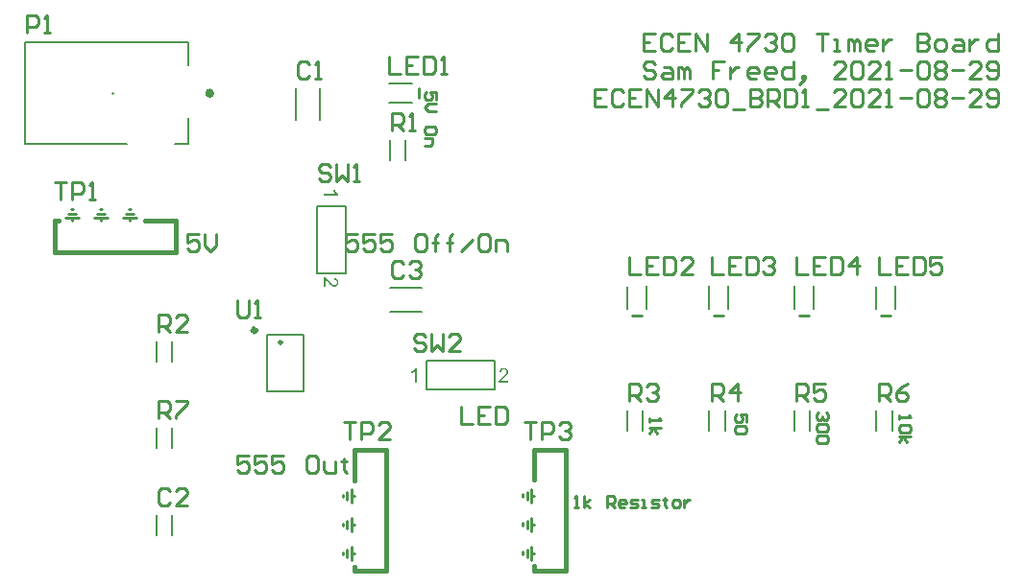
<source format=gto>
G04*
G04 #@! TF.GenerationSoftware,Altium Limited,Altium Designer,21.6.4 (81)*
G04*
G04 Layer_Color=65535*
%FSLAX25Y25*%
%MOIN*%
G70*
G04*
G04 #@! TF.SameCoordinates,4B2C5215-2B2B-4538-B039-7DC0A2B5EA6E*
G04*
G04*
G04 #@! TF.FilePolarity,Positive*
G04*
G01*
G75*
%ADD10C,0.01181*%
%ADD11C,0.02000*%
%ADD12C,0.01575*%
%ADD13C,0.00787*%
%ADD14C,0.01500*%
%ADD15C,0.01000*%
%ADD16C,0.00787*%
%ADD17C,0.00600*%
%ADD18C,0.00500*%
G36*
X141663Y70500D02*
X141054D01*
Y74379D01*
X141047Y74372D01*
X141011Y74343D01*
X140968Y74300D01*
X140896Y74250D01*
X140817Y74185D01*
X140717Y74114D01*
X140602Y74035D01*
X140473Y73956D01*
X140466D01*
X140459Y73949D01*
X140416Y73920D01*
X140344Y73884D01*
X140258Y73841D01*
X140158Y73791D01*
X140050Y73741D01*
X139943Y73691D01*
X139835Y73648D01*
Y74236D01*
X139842D01*
X139857Y74250D01*
X139885Y74257D01*
X139921Y74279D01*
X139964Y74300D01*
X140014Y74329D01*
X140136Y74401D01*
X140279Y74479D01*
X140423Y74580D01*
X140574Y74694D01*
X140724Y74816D01*
X140731Y74823D01*
X140738Y74831D01*
X140760Y74852D01*
X140789Y74874D01*
X140853Y74945D01*
X140939Y75031D01*
X141025Y75132D01*
X141118Y75247D01*
X141197Y75361D01*
X141269Y75483D01*
X141663D01*
Y70500D01*
D02*
G37*
G36*
X171971Y75476D02*
X172028Y75469D01*
X172100Y75462D01*
X172179Y75447D01*
X172258Y75433D01*
X172444Y75383D01*
X172631Y75311D01*
X172724Y75268D01*
X172817Y75218D01*
X172903Y75153D01*
X172982Y75082D01*
X172989Y75074D01*
X173003Y75067D01*
X173018Y75039D01*
X173047Y75010D01*
X173082Y74974D01*
X173118Y74924D01*
X173154Y74874D01*
X173197Y74809D01*
X173269Y74673D01*
X173340Y74501D01*
X173369Y74415D01*
X173383Y74314D01*
X173398Y74214D01*
X173405Y74107D01*
Y74092D01*
Y74056D01*
X173398Y73999D01*
X173391Y73920D01*
X173376Y73834D01*
X173348Y73734D01*
X173319Y73626D01*
X173276Y73519D01*
X173269Y73504D01*
X173255Y73468D01*
X173226Y73411D01*
X173183Y73332D01*
X173125Y73246D01*
X173054Y73139D01*
X172968Y73031D01*
X172867Y72909D01*
X172853Y72895D01*
X172817Y72852D01*
X172781Y72816D01*
X172745Y72780D01*
X172702Y72737D01*
X172645Y72680D01*
X172588Y72622D01*
X172516Y72558D01*
X172444Y72486D01*
X172358Y72407D01*
X172265Y72328D01*
X172165Y72235D01*
X172050Y72142D01*
X171935Y72041D01*
X171928Y72034D01*
X171914Y72020D01*
X171885Y71999D01*
X171849Y71970D01*
X171806Y71927D01*
X171756Y71884D01*
X171641Y71791D01*
X171519Y71683D01*
X171405Y71575D01*
X171304Y71482D01*
X171261Y71446D01*
X171225Y71411D01*
X171218Y71403D01*
X171197Y71382D01*
X171168Y71353D01*
X171132Y71310D01*
X171096Y71260D01*
X171053Y71210D01*
X170967Y71088D01*
X173412D01*
Y70500D01*
X170121D01*
Y70507D01*
Y70536D01*
Y70579D01*
X170128Y70636D01*
X170135Y70701D01*
X170150Y70772D01*
X170164Y70844D01*
X170193Y70923D01*
Y70930D01*
X170200Y70937D01*
X170214Y70980D01*
X170243Y71045D01*
X170286Y71131D01*
X170343Y71231D01*
X170415Y71346D01*
X170494Y71461D01*
X170594Y71583D01*
Y71590D01*
X170609Y71597D01*
X170645Y71640D01*
X170709Y71705D01*
X170802Y71798D01*
X170910Y71905D01*
X171046Y72034D01*
X171211Y72178D01*
X171390Y72328D01*
X171397Y72335D01*
X171426Y72357D01*
X171469Y72393D01*
X171519Y72436D01*
X171584Y72493D01*
X171663Y72558D01*
X171742Y72629D01*
X171835Y72708D01*
X172014Y72880D01*
X172193Y73053D01*
X172279Y73139D01*
X172358Y73225D01*
X172430Y73304D01*
X172487Y73382D01*
Y73390D01*
X172502Y73397D01*
X172516Y73418D01*
X172530Y73447D01*
X172581Y73526D01*
X172638Y73619D01*
X172688Y73734D01*
X172738Y73856D01*
X172767Y73992D01*
X172781Y74121D01*
Y74128D01*
Y74135D01*
X172774Y74178D01*
X172767Y74250D01*
X172745Y74329D01*
X172717Y74429D01*
X172667Y74529D01*
X172602Y74630D01*
X172516Y74730D01*
X172502Y74745D01*
X172466Y74773D01*
X172416Y74809D01*
X172337Y74859D01*
X172236Y74902D01*
X172122Y74945D01*
X171985Y74974D01*
X171835Y74981D01*
X171792D01*
X171763Y74974D01*
X171677Y74967D01*
X171577Y74945D01*
X171469Y74917D01*
X171347Y74866D01*
X171232Y74802D01*
X171125Y74716D01*
X171111Y74702D01*
X171082Y74666D01*
X171039Y74608D01*
X170996Y74522D01*
X170946Y74422D01*
X170903Y74293D01*
X170874Y74150D01*
X170860Y73985D01*
X170236Y74049D01*
Y74056D01*
X170243Y74078D01*
Y74114D01*
X170250Y74164D01*
X170265Y74221D01*
X170279Y74286D01*
X170300Y74365D01*
X170322Y74444D01*
X170379Y74616D01*
X170465Y74788D01*
X170516Y74874D01*
X170580Y74960D01*
X170645Y75039D01*
X170716Y75110D01*
X170723Y75117D01*
X170738Y75125D01*
X170759Y75146D01*
X170795Y75168D01*
X170838Y75196D01*
X170888Y75225D01*
X170946Y75261D01*
X171017Y75297D01*
X171096Y75333D01*
X171182Y75368D01*
X171275Y75397D01*
X171376Y75426D01*
X171484Y75447D01*
X171598Y75469D01*
X171720Y75476D01*
X171849Y75483D01*
X171921D01*
X171971Y75476D01*
D02*
G37*
G36*
X113236Y137252D02*
X113250Y137238D01*
X113257Y137209D01*
X113279Y137173D01*
X113300Y137130D01*
X113329Y137080D01*
X113400Y136958D01*
X113479Y136815D01*
X113580Y136672D01*
X113695Y136521D01*
X113816Y136370D01*
X113823Y136363D01*
X113831Y136356D01*
X113852Y136335D01*
X113874Y136306D01*
X113945Y136241D01*
X114031Y136155D01*
X114132Y136069D01*
X114246Y135976D01*
X114361Y135897D01*
X114483Y135826D01*
Y135431D01*
X109500D01*
Y136041D01*
X113379D01*
X113372Y136048D01*
X113343Y136084D01*
X113300Y136127D01*
X113250Y136198D01*
X113185Y136277D01*
X113114Y136378D01*
X113035Y136492D01*
X112956Y136621D01*
Y136628D01*
X112949Y136636D01*
X112920Y136679D01*
X112884Y136750D01*
X112841Y136837D01*
X112791Y136937D01*
X112741Y137044D01*
X112691Y137152D01*
X112648Y137259D01*
X113236D01*
Y137252D01*
D02*
G37*
G36*
X109636Y106966D02*
X109701Y106959D01*
X109773Y106945D01*
X109844Y106930D01*
X109923Y106902D01*
X109930D01*
X109937Y106895D01*
X109980Y106880D01*
X110045Y106851D01*
X110131Y106808D01*
X110231Y106751D01*
X110346Y106679D01*
X110461Y106600D01*
X110583Y106500D01*
X110590D01*
X110597Y106486D01*
X110640Y106450D01*
X110705Y106385D01*
X110798Y106292D01*
X110905Y106185D01*
X111034Y106048D01*
X111178Y105884D01*
X111328Y105704D01*
X111336Y105697D01*
X111357Y105668D01*
X111393Y105625D01*
X111436Y105575D01*
X111493Y105511D01*
X111558Y105432D01*
X111629Y105353D01*
X111708Y105260D01*
X111880Y105080D01*
X112053Y104901D01*
X112139Y104815D01*
X112225Y104736D01*
X112303Y104665D01*
X112382Y104607D01*
X112390D01*
X112397Y104593D01*
X112418Y104578D01*
X112447Y104564D01*
X112526Y104514D01*
X112619Y104457D01*
X112734Y104406D01*
X112856Y104356D01*
X112992Y104328D01*
X113121Y104313D01*
X113128D01*
X113135D01*
X113178Y104320D01*
X113250Y104328D01*
X113329Y104349D01*
X113429Y104378D01*
X113530Y104428D01*
X113630Y104492D01*
X113730Y104578D01*
X113745Y104593D01*
X113773Y104629D01*
X113809Y104679D01*
X113859Y104758D01*
X113902Y104858D01*
X113945Y104973D01*
X113974Y105109D01*
X113981Y105260D01*
Y105303D01*
X113974Y105331D01*
X113967Y105417D01*
X113945Y105518D01*
X113917Y105625D01*
X113866Y105747D01*
X113802Y105862D01*
X113716Y105970D01*
X113702Y105984D01*
X113666Y106012D01*
X113608Y106056D01*
X113522Y106099D01*
X113422Y106149D01*
X113293Y106192D01*
X113149Y106220D01*
X112985Y106235D01*
X113049Y106859D01*
X113056D01*
X113078Y106851D01*
X113114D01*
X113164Y106844D01*
X113221Y106830D01*
X113286Y106816D01*
X113365Y106794D01*
X113444Y106773D01*
X113616Y106715D01*
X113788Y106629D01*
X113874Y106579D01*
X113960Y106514D01*
X114039Y106450D01*
X114110Y106378D01*
X114118Y106371D01*
X114125Y106357D01*
X114146Y106335D01*
X114168Y106299D01*
X114196Y106256D01*
X114225Y106206D01*
X114261Y106149D01*
X114297Y106077D01*
X114333Y105998D01*
X114368Y105912D01*
X114397Y105819D01*
X114426Y105719D01*
X114447Y105611D01*
X114469Y105496D01*
X114476Y105374D01*
X114483Y105245D01*
Y105174D01*
X114476Y105123D01*
X114469Y105066D01*
X114462Y104994D01*
X114447Y104915D01*
X114433Y104837D01*
X114383Y104650D01*
X114311Y104464D01*
X114268Y104371D01*
X114218Y104277D01*
X114153Y104191D01*
X114082Y104113D01*
X114075Y104105D01*
X114067Y104091D01*
X114039Y104077D01*
X114010Y104048D01*
X113974Y104012D01*
X113924Y103976D01*
X113874Y103940D01*
X113809Y103897D01*
X113673Y103826D01*
X113501Y103754D01*
X113415Y103725D01*
X113314Y103711D01*
X113214Y103697D01*
X113107Y103690D01*
X113092D01*
X113056D01*
X112999Y103697D01*
X112920Y103704D01*
X112834Y103718D01*
X112734Y103747D01*
X112626Y103776D01*
X112519Y103819D01*
X112504Y103826D01*
X112468Y103840D01*
X112411Y103869D01*
X112332Y103912D01*
X112246Y103969D01*
X112139Y104041D01*
X112031Y104127D01*
X111909Y104227D01*
X111895Y104242D01*
X111852Y104277D01*
X111816Y104313D01*
X111780Y104349D01*
X111737Y104392D01*
X111680Y104449D01*
X111622Y104507D01*
X111558Y104578D01*
X111486Y104650D01*
X111407Y104736D01*
X111328Y104830D01*
X111235Y104930D01*
X111142Y105045D01*
X111042Y105159D01*
X111034Y105166D01*
X111020Y105181D01*
X110998Y105210D01*
X110970Y105245D01*
X110927Y105288D01*
X110884Y105339D01*
X110791Y105453D01*
X110683Y105575D01*
X110575Y105690D01*
X110482Y105790D01*
X110446Y105833D01*
X110411Y105869D01*
X110403Y105876D01*
X110382Y105898D01*
X110353Y105927D01*
X110310Y105962D01*
X110260Y105998D01*
X110210Y106041D01*
X110088Y106127D01*
Y103682D01*
X109500D01*
Y106973D01*
X109507D01*
X109536D01*
X109579D01*
X109636Y106966D01*
D02*
G37*
D10*
X94794Y84395D02*
G03*
X94794Y84395I-394J0D01*
G01*
D11*
X85764Y88595D02*
G03*
X85764Y88595I-492J0D01*
G01*
D12*
X70609Y170994D02*
G03*
X70609Y170994I-787J0D01*
G01*
D13*
X89701Y67252D02*
X102299D01*
X89701Y86937D02*
X102299D01*
Y67252D02*
Y86937D01*
X89701Y67252D02*
Y86937D01*
D14*
X193500Y5094D02*
Y47095D01*
X182500Y5094D02*
X193500D01*
X182500D02*
Y6594D01*
Y47095D02*
X193500D01*
X182500Y36595D02*
Y47095D01*
X131000Y5000D02*
Y47000D01*
X120000Y5000D02*
X131000D01*
X120000D02*
Y6500D01*
Y47000D02*
X131000D01*
X120000Y36500D02*
Y47000D01*
X16000Y115594D02*
X58000D01*
X16000D02*
Y126594D01*
X17500D01*
X58000Y115594D02*
Y126594D01*
X47500D02*
X58000D01*
D15*
X178500Y10845D02*
Y11572D01*
X180000Y9844D02*
Y12344D01*
X181500Y11095D02*
X182527D01*
X181500Y8845D02*
Y13344D01*
X178500Y20844D02*
Y21572D01*
X180000Y19845D02*
Y22344D01*
X181500Y21094D02*
X182527D01*
X181500Y18845D02*
Y23345D01*
X178500Y30845D02*
Y31572D01*
X180000Y29844D02*
Y32344D01*
X181500Y31095D02*
X182527D01*
X181500Y28844D02*
Y33345D01*
X116000Y10750D02*
Y11477D01*
X117500Y9750D02*
Y12250D01*
X119000Y11000D02*
X120027D01*
X119000Y8750D02*
Y13250D01*
X116000Y20750D02*
Y21477D01*
X117500Y19750D02*
Y22250D01*
X119000Y21000D02*
X120027D01*
X119000Y18750D02*
Y23250D01*
X116000Y30750D02*
Y31477D01*
X117500Y29750D02*
Y32250D01*
X119000Y31000D02*
X120027D01*
X119000Y28750D02*
Y33250D01*
X21750Y130595D02*
X22477D01*
X20750Y129095D02*
X23250D01*
X22000Y126568D02*
Y127594D01*
X19750D02*
X24250D01*
X31750Y130595D02*
X32477D01*
X30750Y129095D02*
X33250D01*
X32000Y126568D02*
Y127594D01*
X29750D02*
X34250D01*
X41750Y130595D02*
X42477D01*
X40750Y129095D02*
X43250D01*
X42000Y126568D02*
Y127594D01*
X39750D02*
X44250D01*
X36091Y171095D02*
X36122D01*
X302800Y93653D02*
X306200D01*
X274300Y93700D02*
X277700D01*
X244800D02*
X248200D01*
X216300Y93653D02*
X219700D01*
X142300Y169395D02*
Y172794D01*
X224538Y191693D02*
X220540D01*
Y185695D01*
X224538D01*
X220540Y188694D02*
X222539D01*
X230537Y190693D02*
X229537Y191693D01*
X227537D01*
X226538Y190693D01*
Y186695D01*
X227537Y185695D01*
X229537D01*
X230537Y186695D01*
X236535Y191693D02*
X232536D01*
Y185695D01*
X236535D01*
X232536Y188694D02*
X234535D01*
X238534Y185695D02*
Y191693D01*
X242533Y185695D01*
Y191693D01*
X253529Y185695D02*
Y191693D01*
X250530Y188694D01*
X254529D01*
X256528Y191693D02*
X260527D01*
Y190693D01*
X256528Y186695D01*
Y185695D01*
X262526Y190693D02*
X263526Y191693D01*
X265525D01*
X266525Y190693D01*
Y189694D01*
X265525Y188694D01*
X264526D01*
X265525D01*
X266525Y187694D01*
Y186695D01*
X265525Y185695D01*
X263526D01*
X262526Y186695D01*
X268524Y190693D02*
X269524Y191693D01*
X271523D01*
X272523Y190693D01*
Y186695D01*
X271523Y185695D01*
X269524D01*
X268524Y186695D01*
Y190693D01*
X280520Y191693D02*
X284519D01*
X282520D01*
Y185695D01*
X286518D02*
X288518D01*
X287518D01*
Y189694D01*
X286518D01*
X291517Y185695D02*
Y189694D01*
X292516D01*
X293516Y188694D01*
Y185695D01*
Y188694D01*
X294516Y189694D01*
X295515Y188694D01*
Y185695D01*
X300514D02*
X298515D01*
X297515Y186695D01*
Y188694D01*
X298515Y189694D01*
X300514D01*
X301514Y188694D01*
Y187694D01*
X297515D01*
X303513Y189694D02*
Y185695D01*
Y187694D01*
X304513Y188694D01*
X305512Y189694D01*
X306512D01*
X315509Y191693D02*
Y185695D01*
X318508D01*
X319508Y186695D01*
Y187694D01*
X318508Y188694D01*
X315509D01*
X318508D01*
X319508Y189694D01*
Y190693D01*
X318508Y191693D01*
X315509D01*
X322507Y185695D02*
X324506D01*
X325506Y186695D01*
Y188694D01*
X324506Y189694D01*
X322507D01*
X321507Y188694D01*
Y186695D01*
X322507Y185695D01*
X328505Y189694D02*
X330504D01*
X331504Y188694D01*
Y185695D01*
X328505D01*
X327505Y186695D01*
X328505Y187694D01*
X331504D01*
X333503Y189694D02*
Y185695D01*
Y187694D01*
X334503Y188694D01*
X335503Y189694D01*
X336502D01*
X343500Y191693D02*
Y185695D01*
X340501D01*
X339501Y186695D01*
Y188694D01*
X340501Y189694D01*
X343500D01*
X224538Y181096D02*
X223539Y182095D01*
X221539D01*
X220540Y181096D01*
Y180096D01*
X221539Y179096D01*
X223539D01*
X224538Y178097D01*
Y177097D01*
X223539Y176097D01*
X221539D01*
X220540Y177097D01*
X227537Y180096D02*
X229537D01*
X230537Y179096D01*
Y176097D01*
X227537D01*
X226538Y177097D01*
X227537Y178097D01*
X230537D01*
X232536Y176097D02*
Y180096D01*
X233536D01*
X234535Y179096D01*
Y176097D01*
Y179096D01*
X235535Y180096D01*
X236535Y179096D01*
Y176097D01*
X248531Y182095D02*
X244532D01*
Y179096D01*
X246531D01*
X244532D01*
Y176097D01*
X250530Y180096D02*
Y176097D01*
Y178097D01*
X251530Y179096D01*
X252529Y180096D01*
X253529D01*
X259527Y176097D02*
X257528D01*
X256528Y177097D01*
Y179096D01*
X257528Y180096D01*
X259527D01*
X260527Y179096D01*
Y178097D01*
X256528D01*
X265525Y176097D02*
X263526D01*
X262526Y177097D01*
Y179096D01*
X263526Y180096D01*
X265525D01*
X266525Y179096D01*
Y178097D01*
X262526D01*
X272523Y182095D02*
Y176097D01*
X269524D01*
X268524Y177097D01*
Y179096D01*
X269524Y180096D01*
X272523D01*
X275522Y175098D02*
X276522Y176097D01*
Y177097D01*
X275522D01*
Y176097D01*
X276522D01*
X275522Y175098D01*
X274522Y174098D01*
X290517Y176097D02*
X286518D01*
X290517Y180096D01*
Y181096D01*
X289517Y182095D01*
X287518D01*
X286518Y181096D01*
X292516D02*
X293516Y182095D01*
X295515D01*
X296515Y181096D01*
Y177097D01*
X295515Y176097D01*
X293516D01*
X292516Y177097D01*
Y181096D01*
X302513Y176097D02*
X298515D01*
X302513Y180096D01*
Y181096D01*
X301514Y182095D01*
X299514D01*
X298515Y181096D01*
X304513Y176097D02*
X306512D01*
X305512D01*
Y182095D01*
X304513Y181096D01*
X309511Y179096D02*
X313510D01*
X315509Y181096D02*
X316509Y182095D01*
X318508D01*
X319508Y181096D01*
Y177097D01*
X318508Y176097D01*
X316509D01*
X315509Y177097D01*
Y181096D01*
X321507D02*
X322507Y182095D01*
X324506D01*
X325506Y181096D01*
Y180096D01*
X324506Y179096D01*
X325506Y178097D01*
Y177097D01*
X324506Y176097D01*
X322507D01*
X321507Y177097D01*
Y178097D01*
X322507Y179096D01*
X321507Y180096D01*
Y181096D01*
X322507Y179096D02*
X324506D01*
X327505D02*
X331504D01*
X337502Y176097D02*
X333503D01*
X337502Y180096D01*
Y181096D01*
X336502Y182095D01*
X334503D01*
X333503Y181096D01*
X339501Y177097D02*
X340501Y176097D01*
X342500D01*
X343500Y177097D01*
Y181096D01*
X342500Y182095D01*
X340501D01*
X339501Y181096D01*
Y180096D01*
X340501Y179096D01*
X343500D01*
X207544Y172498D02*
X203545D01*
Y166500D01*
X207544D01*
X203545Y169499D02*
X205545D01*
X213542Y171498D02*
X212542Y172498D01*
X210543D01*
X209543Y171498D01*
Y167499D01*
X210543Y166500D01*
X212542D01*
X213542Y167499D01*
X219540Y172498D02*
X215541D01*
Y166500D01*
X219540D01*
X215541Y169499D02*
X217541D01*
X221539Y166500D02*
Y172498D01*
X225538Y166500D01*
Y172498D01*
X230537Y166500D02*
Y172498D01*
X227537Y169499D01*
X231536D01*
X233536Y172498D02*
X237534D01*
Y171498D01*
X233536Y167499D01*
Y166500D01*
X239534Y171498D02*
X240533Y172498D01*
X242533D01*
X243532Y171498D01*
Y170498D01*
X242533Y169499D01*
X241533D01*
X242533D01*
X243532Y168499D01*
Y167499D01*
X242533Y166500D01*
X240533D01*
X239534Y167499D01*
X245532Y171498D02*
X246531Y172498D01*
X248531D01*
X249530Y171498D01*
Y167499D01*
X248531Y166500D01*
X246531D01*
X245532Y167499D01*
Y171498D01*
X251530Y165500D02*
X255528D01*
X257528Y172498D02*
Y166500D01*
X260527D01*
X261526Y167499D01*
Y168499D01*
X260527Y169499D01*
X257528D01*
X260527D01*
X261526Y170498D01*
Y171498D01*
X260527Y172498D01*
X257528D01*
X263526Y166500D02*
Y172498D01*
X266525D01*
X267525Y171498D01*
Y169499D01*
X266525Y168499D01*
X263526D01*
X265525D02*
X267525Y166500D01*
X269524Y172498D02*
Y166500D01*
X272523D01*
X273523Y167499D01*
Y171498D01*
X272523Y172498D01*
X269524D01*
X275522Y166500D02*
X277521D01*
X276522D01*
Y172498D01*
X275522Y171498D01*
X280520Y165500D02*
X284519D01*
X290517Y166500D02*
X286518D01*
X290517Y170498D01*
Y171498D01*
X289517Y172498D01*
X287518D01*
X286518Y171498D01*
X292516D02*
X293516Y172498D01*
X295515D01*
X296515Y171498D01*
Y167499D01*
X295515Y166500D01*
X293516D01*
X292516Y167499D01*
Y171498D01*
X302513Y166500D02*
X298515D01*
X302513Y170498D01*
Y171498D01*
X301514Y172498D01*
X299514D01*
X298515Y171498D01*
X304513Y166500D02*
X306512D01*
X305512D01*
Y172498D01*
X304513Y171498D01*
X309511Y169499D02*
X313510D01*
X315509Y171498D02*
X316509Y172498D01*
X318508D01*
X319508Y171498D01*
Y167499D01*
X318508Y166500D01*
X316509D01*
X315509Y167499D01*
Y171498D01*
X321507D02*
X322507Y172498D01*
X324506D01*
X325506Y171498D01*
Y170498D01*
X324506Y169499D01*
X325506Y168499D01*
Y167499D01*
X324506Y166500D01*
X322507D01*
X321507Y167499D01*
Y168499D01*
X322507Y169499D01*
X321507Y170498D01*
Y171498D01*
X322507Y169499D02*
X324506D01*
X327505D02*
X331504D01*
X337502Y166500D02*
X333503D01*
X337502Y170498D01*
Y171498D01*
X336502Y172498D01*
X334503D01*
X333503Y171498D01*
X339501Y167499D02*
X340501Y166500D01*
X342500D01*
X343500Y167499D01*
Y171498D01*
X342500Y172498D01*
X340501D01*
X339501Y171498D01*
Y170498D01*
X340501Y169499D01*
X343500D01*
X255999Y56834D02*
Y59500D01*
X253999D01*
X254666Y58167D01*
Y57501D01*
X253999Y56834D01*
X252666D01*
X252000Y57501D01*
Y58834D01*
X252666Y59500D01*
X255332Y55501D02*
X255999Y54835D01*
Y53502D01*
X255332Y52836D01*
X252666D01*
X252000Y53502D01*
Y54835D01*
X252666Y55501D01*
X255332D01*
X283832Y60000D02*
X284499Y59334D01*
Y58001D01*
X283832Y57334D01*
X283166D01*
X282499Y58001D01*
Y58667D01*
Y58001D01*
X281833Y57334D01*
X281166D01*
X280500Y58001D01*
Y59334D01*
X281166Y60000D01*
X283832Y56001D02*
X284499Y55335D01*
Y54002D01*
X283832Y53335D01*
X281166D01*
X280500Y54002D01*
Y55335D01*
X281166Y56001D01*
X283832D01*
Y52003D02*
X284499Y51336D01*
Y50003D01*
X283832Y49337D01*
X281166D01*
X280500Y50003D01*
Y51336D01*
X281166Y52003D01*
X283832D01*
X65999Y121998D02*
X62000D01*
Y118999D01*
X63999Y119999D01*
X64999D01*
X65999Y118999D01*
Y117000D01*
X64999Y116000D01*
X63000D01*
X62000Y117000D01*
X67998Y121998D02*
Y117999D01*
X69997Y116000D01*
X71997Y117999D01*
Y121998D01*
X309000Y59000D02*
Y57667D01*
Y58334D01*
X312999D01*
X312332Y59000D01*
Y55668D02*
X312999Y55001D01*
Y53668D01*
X312332Y53002D01*
X309666D01*
X309000Y53668D01*
Y55001D01*
X309666Y55668D01*
X312332D01*
X309000Y51669D02*
X312999D01*
X310333D02*
X311666Y49670D01*
X310333Y51669D02*
X309000Y49670D01*
X120999Y121998D02*
X117000D01*
Y118999D01*
X118999Y119999D01*
X119999D01*
X120999Y118999D01*
Y117000D01*
X119999Y116000D01*
X118000D01*
X117000Y117000D01*
X126997Y121998D02*
X122998D01*
Y118999D01*
X124997Y119999D01*
X125997D01*
X126997Y118999D01*
Y117000D01*
X125997Y116000D01*
X123998D01*
X122998Y117000D01*
X132995Y121998D02*
X128996D01*
Y118999D01*
X130996Y119999D01*
X131995D01*
X132995Y118999D01*
Y117000D01*
X131995Y116000D01*
X129996D01*
X128996Y117000D01*
X143991Y121998D02*
X141992D01*
X140992Y120998D01*
Y117000D01*
X141992Y116000D01*
X143991D01*
X144991Y117000D01*
Y120998D01*
X143991Y121998D01*
X147990Y116000D02*
Y120998D01*
Y118999D01*
X146990D01*
X148990D01*
X147990D01*
Y120998D01*
X148990Y121998D01*
X152988Y116000D02*
Y120998D01*
Y118999D01*
X151989D01*
X153988D01*
X152988D01*
Y120998D01*
X153988Y121998D01*
X156987Y116000D02*
X160986Y119999D01*
X165984Y121998D02*
X163985D01*
X162985Y120998D01*
Y117000D01*
X163985Y116000D01*
X165984D01*
X166984Y117000D01*
Y120998D01*
X165984Y121998D01*
X168983Y116000D02*
Y119999D01*
X171982D01*
X172982Y118999D01*
Y116000D01*
X148499Y168834D02*
Y171500D01*
X146499D01*
X147166Y170167D01*
Y169501D01*
X146499Y168834D01*
X145167D01*
X144500Y169501D01*
Y170834D01*
X145167Y171500D01*
X148499Y167501D02*
X145833D01*
X144500Y166168D01*
X145833Y164836D01*
X148499D01*
Y157504D02*
Y158837D01*
X147832Y159504D01*
X145167D01*
X144500Y158837D01*
Y157504D01*
X145167Y156838D01*
X147832D01*
X148499Y157504D01*
X144500Y155505D02*
X147166D01*
Y153506D01*
X146499Y152839D01*
X144500D01*
X83499Y44998D02*
X79500D01*
Y41999D01*
X81499Y42999D01*
X82499D01*
X83499Y41999D01*
Y40000D01*
X82499Y39000D01*
X80500D01*
X79500Y40000D01*
X89497Y44998D02*
X85498D01*
Y41999D01*
X87497Y42999D01*
X88497D01*
X89497Y41999D01*
Y40000D01*
X88497Y39000D01*
X86498D01*
X85498Y40000D01*
X95495Y44998D02*
X91496D01*
Y41999D01*
X93496Y42999D01*
X94495D01*
X95495Y41999D01*
Y40000D01*
X94495Y39000D01*
X92496D01*
X91496Y40000D01*
X106491Y44998D02*
X104492D01*
X103492Y43998D01*
Y40000D01*
X104492Y39000D01*
X106491D01*
X107491Y40000D01*
Y43998D01*
X106491Y44998D01*
X109490Y42999D02*
Y40000D01*
X110490Y39000D01*
X113489D01*
Y42999D01*
X116488Y43998D02*
Y42999D01*
X115488D01*
X117488D01*
X116488D01*
Y40000D01*
X117488Y39000D01*
X222500Y58000D02*
Y56667D01*
Y57334D01*
X226499D01*
X225832Y58000D01*
X222500Y54668D02*
X226499D01*
X223833D02*
X225166Y52668D01*
X223833Y54668D02*
X222500Y52668D01*
X196500Y27000D02*
X197833D01*
X197167D01*
Y30999D01*
X196500Y30332D01*
X199832Y27000D02*
Y30999D01*
Y28333D02*
X201832Y29666D01*
X199832Y28333D02*
X201832Y27000D01*
X207830D02*
Y30999D01*
X209829D01*
X210495Y30332D01*
Y28999D01*
X209829Y28333D01*
X207830D01*
X209163D02*
X210495Y27000D01*
X213828D02*
X212495D01*
X211828Y27666D01*
Y28999D01*
X212495Y29666D01*
X213828D01*
X214494Y28999D01*
Y28333D01*
X211828D01*
X215827Y27000D02*
X217827D01*
X218493Y27666D01*
X217827Y28333D01*
X216494D01*
X215827Y28999D01*
X216494Y29666D01*
X218493D01*
X219826Y27000D02*
X221159D01*
X220492D01*
Y29666D01*
X219826D01*
X223158Y27000D02*
X225157D01*
X225824Y27666D01*
X225157Y28333D01*
X223825D01*
X223158Y28999D01*
X223825Y29666D01*
X225824D01*
X227823Y30332D02*
Y29666D01*
X227157D01*
X228490D01*
X227823D01*
Y27666D01*
X228490Y27000D01*
X231155D02*
X232488D01*
X233155Y27666D01*
Y28999D01*
X232488Y29666D01*
X231155D01*
X230489Y28999D01*
Y27666D01*
X231155Y27000D01*
X234488Y29666D02*
Y27000D01*
Y28333D01*
X235154Y28999D01*
X235821Y29666D01*
X236487D01*
X157000Y61998D02*
Y56000D01*
X160999D01*
X166997Y61998D02*
X162998D01*
Y56000D01*
X166997D01*
X162998Y58999D02*
X164997D01*
X168996Y61998D02*
Y56000D01*
X171995D01*
X172995Y57000D01*
Y60998D01*
X171995Y61998D01*
X168996D01*
X79300Y99099D02*
Y94100D01*
X80300Y93101D01*
X82299D01*
X83299Y94100D01*
Y99099D01*
X85298Y93101D02*
X87298D01*
X86298D01*
Y99099D01*
X85298Y98099D01*
X179000Y56799D02*
X182999D01*
X181000D01*
Y50801D01*
X184998D02*
Y56799D01*
X187997D01*
X188997Y55799D01*
Y53800D01*
X187997Y52800D01*
X184998D01*
X190996Y55799D02*
X191996Y56799D01*
X193995D01*
X194995Y55799D01*
Y54799D01*
X193995Y53800D01*
X192996D01*
X193995D01*
X194995Y52800D01*
Y51800D01*
X193995Y50801D01*
X191996D01*
X190996Y51800D01*
X116500Y56699D02*
X120499D01*
X118500D01*
Y50701D01*
X122498D02*
Y56699D01*
X125497D01*
X126497Y55699D01*
Y53700D01*
X125497Y52700D01*
X122498D01*
X132495Y50701D02*
X128496D01*
X132495Y54699D01*
Y55699D01*
X131495Y56699D01*
X129496D01*
X128496Y55699D01*
X16200Y140099D02*
X20199D01*
X18200D01*
Y134101D01*
X22198D02*
Y140099D01*
X25197D01*
X26197Y139099D01*
Y137100D01*
X25197Y136100D01*
X22198D01*
X28196Y134101D02*
X30196D01*
X29196D01*
Y140099D01*
X28196Y139099D01*
X144799Y86399D02*
X143799Y87399D01*
X141800D01*
X140800Y86399D01*
Y85399D01*
X141800Y84400D01*
X143799D01*
X144799Y83400D01*
Y82400D01*
X143799Y81401D01*
X141800D01*
X140800Y82400D01*
X146798Y87399D02*
Y81401D01*
X148798Y83400D01*
X150797Y81401D01*
Y87399D01*
X156795Y81401D02*
X152796D01*
X156795Y85399D01*
Y86399D01*
X155795Y87399D01*
X153796D01*
X152796Y86399D01*
X111599Y145299D02*
X110599Y146299D01*
X108600D01*
X107600Y145299D01*
Y144299D01*
X108600Y143300D01*
X110599D01*
X111599Y142300D01*
Y141300D01*
X110599Y140301D01*
X108600D01*
X107600Y141300D01*
X113598Y146299D02*
Y140301D01*
X115598Y142300D01*
X117597Y140301D01*
Y146299D01*
X119596Y140301D02*
X121596D01*
X120596D01*
Y146299D01*
X119596Y145299D01*
X52000Y57901D02*
Y63899D01*
X54999D01*
X55999Y62899D01*
Y60900D01*
X54999Y59900D01*
X52000D01*
X54000D02*
X55999Y57901D01*
X57998Y63899D02*
X61997D01*
Y62899D01*
X57998Y58900D01*
Y57901D01*
X301900Y64001D02*
Y69999D01*
X304899D01*
X305899Y68999D01*
Y67000D01*
X304899Y66000D01*
X301900D01*
X303900D02*
X305899Y64001D01*
X311897Y69999D02*
X309898Y68999D01*
X307898Y67000D01*
Y65000D01*
X308898Y64001D01*
X310897D01*
X311897Y65000D01*
Y66000D01*
X310897Y67000D01*
X307898D01*
X273400Y64001D02*
Y69999D01*
X276399D01*
X277399Y68999D01*
Y67000D01*
X276399Y66000D01*
X273400D01*
X275400D02*
X277399Y64001D01*
X283397Y69999D02*
X279398D01*
Y67000D01*
X281398Y67999D01*
X282397D01*
X283397Y67000D01*
Y65000D01*
X282397Y64001D01*
X280398D01*
X279398Y65000D01*
X243900Y64001D02*
Y69999D01*
X246899D01*
X247899Y68999D01*
Y67000D01*
X246899Y66000D01*
X243900D01*
X245900D02*
X247899Y64001D01*
X252897D02*
Y69999D01*
X249898Y67000D01*
X253897D01*
X215400Y64001D02*
Y69999D01*
X218399D01*
X219399Y68999D01*
Y67000D01*
X218399Y66000D01*
X215400D01*
X217400D02*
X219399Y64001D01*
X221398Y68999D02*
X222398Y69999D01*
X224397D01*
X225397Y68999D01*
Y67999D01*
X224397Y67000D01*
X223398D01*
X224397D01*
X225397Y66000D01*
Y65000D01*
X224397Y64001D01*
X222398D01*
X221398Y65000D01*
X52000Y88101D02*
Y94099D01*
X54999D01*
X55999Y93099D01*
Y91100D01*
X54999Y90100D01*
X52000D01*
X54000D02*
X55999Y88101D01*
X61997D02*
X57998D01*
X61997Y92099D01*
Y93099D01*
X60997Y94099D01*
X58998D01*
X57998Y93099D01*
X133000Y158101D02*
Y164099D01*
X135999D01*
X136999Y163099D01*
Y161100D01*
X135999Y160100D01*
X133000D01*
X135000D02*
X136999Y158101D01*
X138998D02*
X140998D01*
X139998D01*
Y164099D01*
X138998Y163099D01*
X6500Y192101D02*
Y198099D01*
X9499D01*
X10499Y197099D01*
Y195100D01*
X9499Y194100D01*
X6500D01*
X12498Y192101D02*
X14498D01*
X13498D01*
Y198099D01*
X12498Y197099D01*
X301900Y113899D02*
Y107901D01*
X305899D01*
X311897Y113899D02*
X307898D01*
Y107901D01*
X311897D01*
X307898Y110900D02*
X309898D01*
X313896Y113899D02*
Y107901D01*
X316895D01*
X317895Y108900D01*
Y112899D01*
X316895Y113899D01*
X313896D01*
X323893D02*
X319894D01*
Y110900D01*
X321894Y111899D01*
X322894D01*
X323893Y110900D01*
Y108900D01*
X322894Y107901D01*
X320894D01*
X319894Y108900D01*
X273400Y113899D02*
Y107901D01*
X277399D01*
X283397Y113899D02*
X279398D01*
Y107901D01*
X283397D01*
X279398Y110900D02*
X281398D01*
X285396Y113899D02*
Y107901D01*
X288395D01*
X289395Y108900D01*
Y112899D01*
X288395Y113899D01*
X285396D01*
X294393Y107901D02*
Y113899D01*
X291394Y110900D01*
X295393D01*
X243900Y113899D02*
Y107901D01*
X247899D01*
X253897Y113899D02*
X249898D01*
Y107901D01*
X253897D01*
X249898Y110900D02*
X251898D01*
X255896Y113899D02*
Y107901D01*
X258895D01*
X259895Y108900D01*
Y112899D01*
X258895Y113899D01*
X255896D01*
X261894Y112899D02*
X262894Y113899D01*
X264894D01*
X265893Y112899D01*
Y111899D01*
X264894Y110900D01*
X263894D01*
X264894D01*
X265893Y109900D01*
Y108900D01*
X264894Y107901D01*
X262894D01*
X261894Y108900D01*
X215400Y113899D02*
Y107901D01*
X219399D01*
X225397Y113899D02*
X221398D01*
Y107901D01*
X225397D01*
X221398Y110900D02*
X223398D01*
X227396Y113899D02*
Y107901D01*
X230395D01*
X231395Y108900D01*
Y112899D01*
X230395Y113899D01*
X227396D01*
X237393Y107901D02*
X233394D01*
X237393Y111899D01*
Y112899D01*
X236393Y113899D01*
X234394D01*
X233394Y112899D01*
X132100Y183699D02*
Y177701D01*
X136099D01*
X142097Y183699D02*
X138098D01*
Y177701D01*
X142097D01*
X138098Y180700D02*
X140098D01*
X144096Y183699D02*
Y177701D01*
X147095D01*
X148095Y178700D01*
Y182699D01*
X147095Y183699D01*
X144096D01*
X150094Y177701D02*
X152094D01*
X151094D01*
Y183699D01*
X150094Y182699D01*
X136999Y111599D02*
X135999Y112599D01*
X134000D01*
X133000Y111599D01*
Y107600D01*
X134000Y106601D01*
X135999D01*
X136999Y107600D01*
X138998Y111599D02*
X139998Y112599D01*
X141997D01*
X142997Y111599D01*
Y110599D01*
X141997Y109600D01*
X140998D01*
X141997D01*
X142997Y108600D01*
Y107600D01*
X141997Y106601D01*
X139998D01*
X138998Y107600D01*
X55999Y32699D02*
X54999Y33699D01*
X53000D01*
X52000Y32699D01*
Y28700D01*
X53000Y27701D01*
X54999D01*
X55999Y28700D01*
X61997Y27701D02*
X57998D01*
X61997Y31699D01*
Y32699D01*
X60997Y33699D01*
X58998D01*
X57998Y32699D01*
X104499Y180899D02*
X103499Y181899D01*
X101500D01*
X100500Y180899D01*
Y176900D01*
X101500Y175901D01*
X103499D01*
X104499Y176900D01*
X106498Y175901D02*
X108498D01*
X107498D01*
Y181899D01*
X106498Y180899D01*
D16*
X168772Y68000D02*
Y77965D01*
X145228D02*
X168772D01*
X145228Y68000D02*
Y77965D01*
Y68000D02*
X168772D01*
X107000Y108323D02*
X116965D01*
Y131867D01*
X107000D02*
X116965D01*
X107000Y108323D02*
Y131867D01*
D17*
X56700Y47579D02*
Y54579D01*
X51300Y47579D02*
Y54579D01*
X306600Y53700D02*
Y60700D01*
X301200Y53700D02*
Y60700D01*
X278100Y53700D02*
Y60700D01*
X272700Y53700D02*
Y60700D01*
X248600Y53700D02*
Y60700D01*
X243200Y53700D02*
Y60700D01*
X220100Y53700D02*
Y60700D01*
X214700Y53700D02*
Y60700D01*
X56700Y77763D02*
Y84763D01*
X51300Y77763D02*
Y84763D01*
X137700Y147826D02*
Y154826D01*
X132300Y147826D02*
Y154826D01*
X301200Y95953D02*
Y103853D01*
X307800Y96053D02*
Y103953D01*
X272700Y96000D02*
Y103900D01*
X279300Y96100D02*
Y104000D01*
X243200Y96000D02*
Y103900D01*
X249800Y96100D02*
Y104000D01*
X214700Y95953D02*
Y103853D01*
X221300Y96053D02*
Y103953D01*
X132100Y167795D02*
X140000D01*
X132000Y174395D02*
X139900D01*
X132300Y103295D02*
X143300D01*
X132300Y94894D02*
X143300D01*
X51300Y17394D02*
Y24395D01*
X56700Y17394D02*
Y24395D01*
X99800Y161594D02*
Y172594D01*
X108200Y161594D02*
Y172594D01*
D18*
X5776Y153378D02*
X41012D01*
X62468Y180595D02*
Y188811D01*
X5776D02*
X62468D01*
X5776Y153378D02*
Y188811D01*
X62468Y153378D02*
Y162394D01*
X57722Y153378D02*
X62468D01*
M02*

</source>
